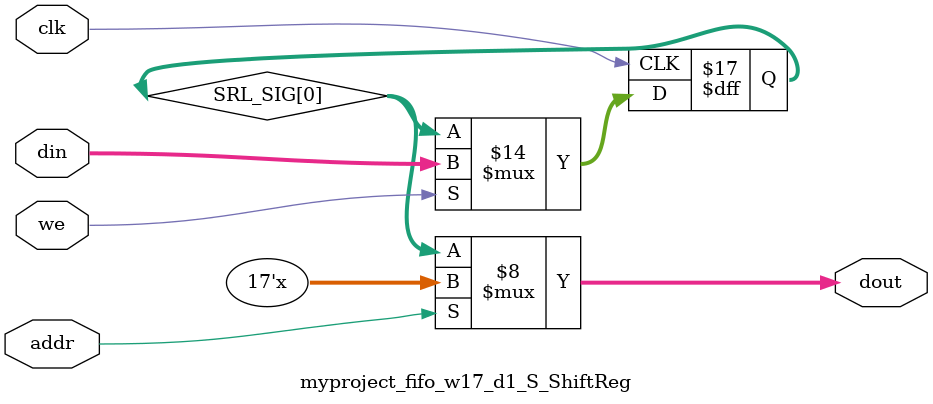
<source format=v>

`timescale 1ns/1ps

module myproject_fifo_w17_d1_S
#(parameter
    MEM_STYLE    = "shiftReg",
    DATA_WIDTH   = 17,
    ADDR_WIDTH   = 1,
    DEPTH        = 1)
(
    // system signal
    input  wire                  clk,
    input  wire                  reset,

    // write
    output wire                  if_full_n,
    input  wire                  if_write_ce,
    input  wire                  if_write,
    input  wire [DATA_WIDTH-1:0] if_din,
    
    // read 
    output wire [ADDR_WIDTH:0]   if_num_data_valid, // for FRP
    output wire [ADDR_WIDTH:0]   if_fifo_cap,       // for FRP

    output wire                  if_empty_n,
    input  wire                  if_read_ce,
    input  wire                  if_read,
    output wire [DATA_WIDTH-1:0] if_dout
);
//------------------------Parameter----------------------
localparam 
    SRL_DEPTH    = DEPTH,
    SRL_AWIDTH   = ADDR_WIDTH;
//------------------------Local signal-------------------
    reg  [SRL_AWIDTH-1:0] addr;
    wire                  push;
    wire                  pop;
    reg  [SRL_AWIDTH:0]   mOutPtr;
    reg                   empty_n = 1'b0;
    reg                   full_n = 1'b1; 

//------------------------Instantiation------------------
    myproject_fifo_w17_d1_S_ShiftReg 
    #(  .DATA_WIDTH (DATA_WIDTH),
        .ADDR_WIDTH (SRL_AWIDTH),
        .DEPTH      (SRL_DEPTH))
    U_myproject_fifo_w17_d1_S_ShiftReg (
        .clk        (clk),
        .we         (push),
        .addr       (addr),
        .din        (if_din),
        .dout       (if_dout)
    );
//------------------------Task and function--------------

//------------------------Body---------------------------
    // num_data_valid 
    assign if_num_data_valid = mOutPtr;
    assign if_fifo_cap       = DEPTH;

    // almost full/empty 

    // program full/empty 

    assign if_full_n  = full_n; 
    assign if_empty_n = empty_n;

    assign push       = full_n & if_write_ce & if_write;
    assign pop        = empty_n & if_read_ce & if_read;

    // addr
    always @(posedge clk) begin
        if (reset)
            addr <= {SRL_AWIDTH{1'b0}};
        else if (push & ~pop && empty_n)
            addr <= addr + 1'b1;
        else if (~push & pop && (mOutPtr != 1))
            addr <= addr - 1'b1;
    end

    // mOutPtr
    always @(posedge clk) begin
        if (reset)
            mOutPtr <= {SRL_AWIDTH+1{1'b0}};
        else if (push & ~pop)
            mOutPtr <= mOutPtr + 1'b1;
        else if (~push & pop)
            mOutPtr <= mOutPtr - 1'b1;
    end

    // full_n
    always @(posedge clk) begin
        if (reset)
            full_n <= 1'b1;
        else if ((push & ~pop) && (mOutPtr == DEPTH - 1))
            full_n <= 1'b0;
        else if (~push & pop)
            full_n <= 1'b1;
    end

    // empty_n
    always @(posedge clk) begin
        if (reset)
            empty_n <= 1'b0;
        else if (push & ~pop)
            empty_n <= 1'b1;
        else if ((~push & pop) && (mOutPtr == 1))
            empty_n <= 1'b0;
    end

    // almost_full_n 

    // almost_empty_n 

    // prog_full_n 
 
    // prog_empty_n 

endmodule  


module myproject_fifo_w17_d1_S_ShiftReg
#(parameter
    DATA_WIDTH  = 17,
    ADDR_WIDTH  = 1,
    DEPTH       = 1)
(
    input  wire                  clk,
    input  wire                  we,
    input  wire [ADDR_WIDTH-1:0] addr,
    input  wire [DATA_WIDTH-1:0] din,
    output wire [DATA_WIDTH-1:0] dout
);

    reg [DATA_WIDTH-1:0] SRL_SIG [0:DEPTH-1];
    integer i;

    always @(posedge clk) begin
        if (we) begin
            for (i=0; i<DEPTH-1; i=i+1)
                SRL_SIG[i+1] <= SRL_SIG[i];
            SRL_SIG[0] <= din;
        end
    end

    assign dout = SRL_SIG[addr];

endmodule
</source>
